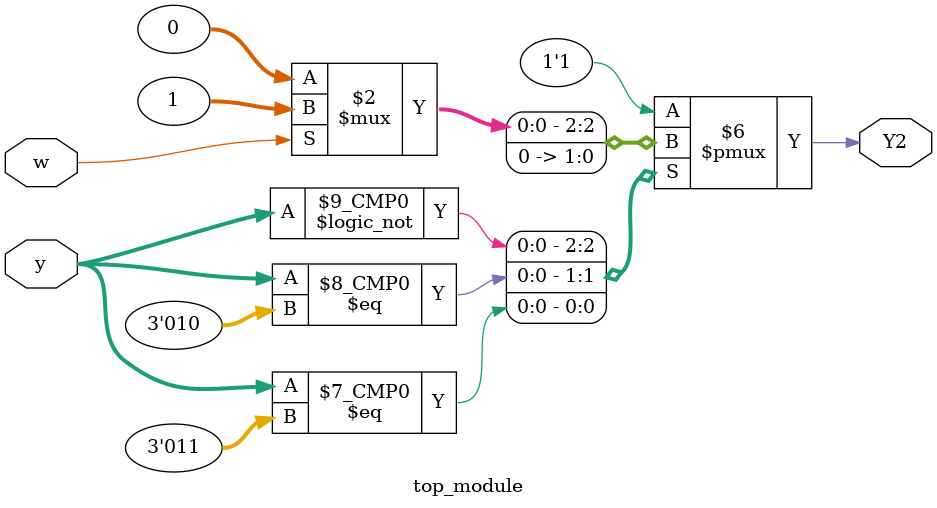
<source format=sv>
module top_module(
    input [3:1] y,
    input w,
    output reg Y2);

    always @(*) begin
        case (y)
            // Next state logic for Y2
            3'b000: Y2 = (w) ? 1 : 0;
            3'b001: Y2 = 1;
            3'b010: Y2 = 0;
            3'b011: Y2 = 0;
            3'b100: Y2 = 1;
            3'b101: Y2 = 1;
            default: Y2 = 1;
        endcase
    end

endmodule

</source>
